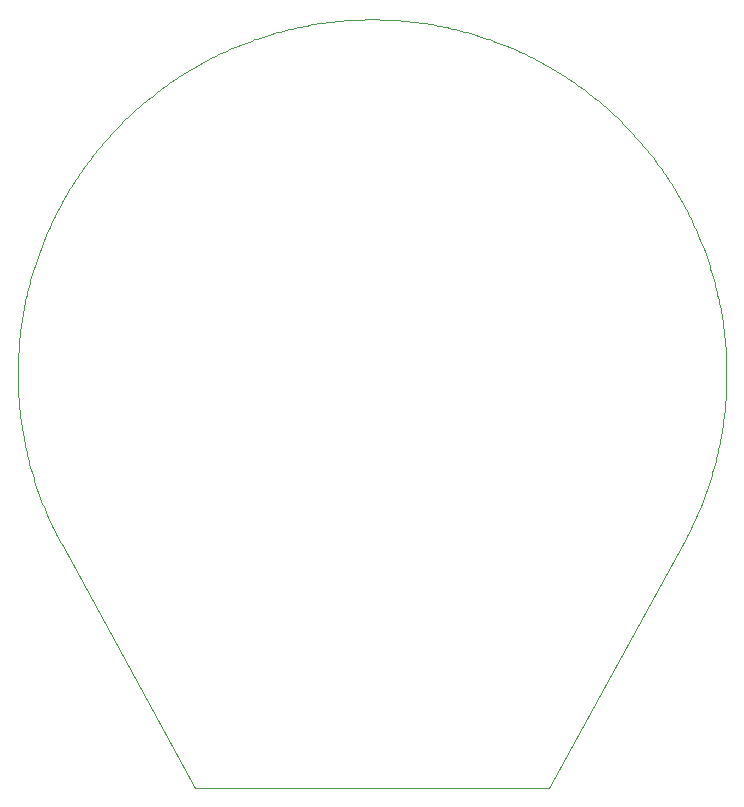
<source format=gm1>
G04*
G04 #@! TF.GenerationSoftware,Altium Limited,Altium Designer,22.10.1 (41)*
G04*
G04 Layer_Color=16711935*
%FSLAX25Y25*%
%MOIN*%
G70*
G04*
G04 #@! TF.SameCoordinates,FEF3DBFB-2847-4824-BCEC-0586C65A169C*
G04*
G04*
G04 #@! TF.FilePolarity,Positive*
G04*
G01*
G75*
%ADD17C,0.00039*%
D17*
X103558Y81126D02*
X104035Y82004D01*
X104506Y82886D01*
X104968Y83772D01*
X105423Y84662D01*
X105871Y85556D01*
X106311Y86453D01*
X106743Y87354D01*
X107168Y88259D01*
X107585Y89167D01*
X107994Y90079D01*
X108396Y90994D01*
X108790Y91913D01*
X109176Y92834D01*
X109554Y93759D01*
X109925Y94688D01*
X110287Y95619D01*
X110642Y96553D01*
X110989Y97491D01*
X111328Y98431D01*
X111658Y99374D01*
X111981Y100320D01*
X112296Y101269D01*
X112603Y102220D01*
X112902Y103173D01*
X113192Y104130D01*
X113475Y105088D01*
X113749Y106049D01*
X114015Y107013D01*
X114274Y107978D01*
X114524Y108946D01*
X114765Y109916D01*
X114999Y110887D01*
X115224Y111861D01*
X115441Y112837D01*
X115650Y113814D01*
X115851Y114793D01*
X116043Y115774D01*
X116227Y116756D01*
X116402Y117740D01*
X116570Y118726D01*
X116728Y119712D01*
X116879Y120700D01*
X117021Y121690D01*
X117155Y122680D01*
X117280Y123672D01*
X117398Y124664D01*
X117506Y125658D01*
X117606Y126652D01*
X117698Y127647D01*
X117782Y128643D01*
X117857Y129640D01*
X117923Y130637D01*
X117981Y131635D01*
X118031Y132633D01*
X118072Y133632D01*
X118105Y134631D01*
X118129Y135630D01*
X118145Y136629D01*
X118152Y137628D01*
X118151Y138628D01*
X118142Y139627D01*
X118124Y140627D01*
X118097Y141626D01*
X118062Y142624D01*
X118019Y143623D01*
X117967Y144621D01*
X117907Y145619D01*
X117838Y146616D01*
X117761Y147612D01*
X117675Y148608D01*
X117582Y149603D01*
X117479Y150597D01*
X117368Y151590D01*
X117249Y152583D01*
X117122Y153574D01*
X116986Y154564D01*
X116841Y155553D01*
X116689Y156541D01*
X116527Y157527D01*
X116358Y158512D01*
X116180Y159496D01*
X115994Y160478D01*
X115800Y161458D01*
X115597Y162437D01*
X115386Y163414D01*
X115167Y164389D01*
X114940Y165362D01*
X114704Y166333D01*
X114460Y167302D01*
X114208Y168270D01*
X113948Y169235D01*
X113680Y170197D01*
X113403Y171158D01*
X113119Y172116D01*
X112826Y173071D01*
X112525Y174024D01*
X112216Y174975D01*
X111899Y175923D01*
X111574Y176868D01*
X111241Y177810D01*
X110901Y178750D01*
X110552Y179686D01*
X110195Y180620D01*
X109830Y181551D01*
X109458Y182478D01*
X109078Y183402D01*
X108690Y184323D01*
X108294Y185241D01*
X107890Y186155D01*
X107479Y187066D01*
X107060Y187973D01*
X106633Y188877D01*
X106199Y189777D01*
X105757Y190674D01*
X105307Y191567D01*
X104850Y192455D01*
X104386Y193340D01*
X103914Y194221D01*
X103434Y195098D01*
X102947Y195971D01*
X102453Y196840D01*
X101952Y197704D01*
X101443Y198564D01*
X100927Y199420D01*
X100403Y200272D01*
X99873Y201119D01*
X99335Y201961D01*
X98790Y202799D01*
X98238Y203632D01*
X97680Y204461D01*
X97114Y205285D01*
X96541Y206104D01*
X95961Y206918D01*
X95375Y207727D01*
X94781Y208531D01*
X94181Y209330D01*
X93574Y210124D01*
X92960Y210913D01*
X92340Y211697D01*
X91713Y212475D01*
X91080Y213248D01*
X90440Y214016D01*
X89793Y214778D01*
X89140Y215535D01*
X88481Y216286D01*
X87815Y217032D01*
X87143Y217771D01*
X86465Y218506D01*
X85781Y219234D01*
X85091Y219956D01*
X84394Y220673D01*
X83692Y221384D01*
X82983Y222089D01*
X82268Y222788D01*
X81548Y223481D01*
X80822Y224167D01*
X80090Y224848D01*
X79352Y225522D01*
X78609Y226190D01*
X77859Y226851D01*
X77105Y227507D01*
X76345Y228156D01*
X75579Y228798D01*
X74808Y229434D01*
X74032Y230063D01*
X73250Y230686D01*
X72463Y231302D01*
X71671Y231912D01*
X70874Y232514D01*
X70072Y233110D01*
X69264Y233700D01*
X68452Y234282D01*
X67635Y234857D01*
X66813Y235426D01*
X65986Y235987D01*
X65154Y236542D01*
X64318Y237089D01*
X63477Y237630D01*
X62632Y238163D01*
X61782Y238689D01*
X60928Y239208D01*
X60070Y239719D01*
X59207Y240224D01*
X58340Y240721D01*
X57468Y241210D01*
X56593Y241692D01*
X55713Y242167D01*
X54830Y242635D01*
X53943Y243094D01*
X53051Y243547D01*
X52156Y243991D01*
X51258Y244429D01*
X50355Y244858D01*
X49449Y245280D01*
X48540Y245694D01*
X47627Y246101D01*
X46710Y246500D01*
X45790Y246891D01*
X44867Y247274D01*
X43941Y247649D01*
X43012Y248017D01*
X42079Y248376D01*
X41144Y248728D01*
X40205Y249072D01*
X39264Y249408D01*
X38320Y249736D01*
X37373Y250056D01*
X36423Y250367D01*
X35471Y250671D01*
X34517Y250967D01*
X33560Y251255D01*
X32600Y251534D01*
X31638Y251806D01*
X30674Y252069D01*
X29708Y252324D01*
X28739Y252571D01*
X27769Y252810D01*
X26796Y253040D01*
X25822Y253263D01*
X24846Y253477D01*
X23867Y253682D01*
X22888Y253880D01*
X21906Y254069D01*
X20923Y254250D01*
X19939Y254422D01*
X18953Y254587D01*
X17966Y254742D01*
X16977Y254890D01*
X15988Y255029D01*
X14997Y255160D01*
X14005Y255282D01*
X13012Y255396D01*
X12018Y255502D01*
X11023Y255599D01*
X10028Y255687D01*
X9032Y255768D01*
X8035Y255839D01*
X7038Y255903D01*
X6039Y255958D01*
X5041Y256004D01*
X4042Y256043D01*
X3043Y256072D01*
X2044Y256093D01*
X1045Y256106D01*
X46Y256110D01*
X-954Y256106D01*
X-1953Y256093D01*
X-2953Y256072D01*
X-3951Y256043D01*
X-4950Y256005D01*
X-5949Y255958D01*
X-6946Y255903D01*
X-7944Y255840D01*
X-8941Y255768D01*
X-9937Y255688D01*
X-10932Y255599D01*
X-11927Y255502D01*
X-12921Y255397D01*
X-13914Y255283D01*
X-14906Y255160D01*
X-15897Y255030D01*
X-16886Y254891D01*
X-17875Y254743D01*
X-18862Y254588D01*
X-19848Y254423D01*
X-20832Y254251D01*
X-21815Y254070D01*
X-22797Y253881D01*
X-23777Y253683D01*
X-24755Y253478D01*
X-25731Y253264D01*
X-26705Y253042D01*
X-27678Y252811D01*
X-28648Y252572D01*
X-29617Y252326D01*
X-30583Y252070D01*
X-31547Y251807D01*
X-32509Y251536D01*
X-33469Y251256D01*
X-34426Y250969D01*
X-35381Y250673D01*
X-36333Y250369D01*
X-37282Y250058D01*
X-38229Y249738D01*
X-39173Y249410D01*
X-40115Y249074D01*
X-41053Y248730D01*
X-41989Y248378D01*
X-42921Y248019D01*
X-43850Y247651D01*
X-44777Y247276D01*
X-45700Y246893D01*
X-46620Y246502D01*
X-47536Y246103D01*
X-48449Y245697D01*
X-49359Y245283D01*
X-50265Y244861D01*
X-51167Y244431D01*
X-52066Y243994D01*
X-52961Y243549D01*
X-53852Y243097D01*
X-54740Y242637D01*
X-55623Y242170D01*
X-56503Y241695D01*
X-57378Y241213D01*
X-58249Y240723D01*
X-59116Y240226D01*
X-59979Y239722D01*
X-60838Y239211D01*
X-61692Y238692D01*
X-62542Y238166D01*
X-63387Y237633D01*
X-64228Y237092D01*
X-65064Y236545D01*
X-65896Y235991D01*
X-66723Y235429D01*
X-67545Y234861D01*
X-68362Y234285D01*
X-69174Y233703D01*
X-69982Y233114D01*
X-70784Y232518D01*
X-71581Y231915D01*
X-72373Y231306D01*
X-73160Y230690D01*
X-73942Y230067D01*
X-74718Y229437D01*
X-75489Y228802D01*
X-76255Y228159D01*
X-77015Y227510D01*
X-77770Y226855D01*
X-78519Y226193D01*
X-79263Y225526D01*
X-80000Y224851D01*
X-80732Y224171D01*
X-81459Y223484D01*
X-82179Y222792D01*
X-82894Y222093D01*
X-83602Y221388D01*
X-84305Y220677D01*
X-85001Y219961D01*
X-85692Y219238D01*
X-86376Y218510D01*
X-87054Y217776D01*
X-87726Y217036D01*
X-88392Y216290D01*
X-89051Y215539D01*
X-89704Y214782D01*
X-90351Y214020D01*
X-90991Y213253D01*
X-91624Y212480D01*
X-92251Y211701D01*
X-92872Y210918D01*
X-93485Y210129D01*
X-94092Y209335D01*
X-94692Y208536D01*
X-95286Y207732D01*
X-95873Y206922D01*
X-96452Y206108D01*
X-97025Y205289D01*
X-97591Y204466D01*
X-98150Y203637D01*
X-98702Y202804D01*
X-99247Y201966D01*
X-99784Y201123D01*
X-100315Y200276D01*
X-100838Y199425D01*
X-101355Y198569D01*
X-101864Y197709D01*
X-102365Y196844D01*
X-102859Y195976D01*
X-103346Y195103D01*
X-103826Y194226D01*
X-104298Y193345D01*
X-104762Y192460D01*
X-105220Y191571D01*
X-105669Y190679D01*
X-106111Y189782D01*
X-106546Y188882D01*
X-106972Y187978D01*
X-107391Y187071D01*
X-107803Y186160D01*
X-108206Y185246D01*
X-108602Y184328D01*
X-108991Y183407D01*
X-109371Y182483D01*
X-109743Y181555D01*
X-110108Y180624D01*
X-110465Y179691D01*
X-110814Y178754D01*
X-111155Y177814D01*
X-111488Y176872D01*
X-111812Y175927D01*
X-112129Y174979D01*
X-112438Y174028D01*
X-112739Y173075D01*
X-113032Y172120D01*
X-113317Y171161D01*
X-113593Y170201D01*
X-113862Y169238D01*
X-114122Y168273D01*
X-114374Y167306D01*
X-114618Y166337D01*
X-114854Y165366D01*
X-115081Y164392D01*
X-115300Y163417D01*
X-115511Y162440D01*
X-115714Y161461D01*
X-115908Y160481D01*
X-116095Y159499D01*
X-116272Y158515D01*
X-116442Y157530D01*
X-116603Y156544D01*
X-116755Y155556D01*
X-116900Y154567D01*
X-117036Y153577D01*
X-117164Y152586D01*
X-117283Y151593D01*
X-117394Y150600D01*
X-117496Y149606D01*
X-117590Y148611D01*
X-117676Y147615D01*
X-117753Y146618D01*
X-117822Y145621D01*
X-117882Y144623D01*
X-117934Y143625D01*
X-117977Y142627D01*
X-118012Y141628D01*
X-118038Y140629D01*
X-118056Y139629D01*
X-118066Y138630D01*
X-118067Y137630D01*
X-118060Y136631D01*
X-118044Y135632D01*
X-118020Y134632D01*
X-117987Y133633D01*
X-117946Y132635D01*
X-117896Y131636D01*
X-117838Y130639D01*
X-117771Y129641D01*
X-117696Y128645D01*
X-117613Y127649D01*
X-117521Y126653D01*
X-117421Y125659D01*
X-117312Y124665D01*
X-117195Y123673D01*
X-117070Y122681D01*
X-116936Y121691D01*
X-116794Y120701D01*
X-116643Y119713D01*
X-116484Y118726D01*
X-116317Y117741D01*
X-116141Y116757D01*
X-115958Y115775D01*
X-115765Y114794D01*
X-115565Y113815D01*
X-115356Y112837D01*
X-115139Y111862D01*
X-114914Y110888D01*
X-114680Y109916D01*
X-114438Y108946D01*
X-114188Y107978D01*
X-113930Y107013D01*
X-113664Y106049D01*
X-113390Y105088D01*
X-113107Y104130D01*
X-112816Y103173D01*
X-112517Y102219D01*
X-112211Y101268D01*
X-111896Y100320D01*
X-111573Y99374D01*
X-111242Y98431D01*
X-110903Y97490D01*
X-110556Y96553D01*
X-110202Y95618D01*
X-109839Y94687D01*
X-109469Y93759D01*
X-109090Y92834D01*
X-108704Y91912D01*
X-108310Y90993D01*
X-107909Y90078D01*
X-107499Y89166D01*
X-107082Y88258D01*
X-106657Y87353D01*
X-106225Y86452D01*
X-105785Y85554D01*
X-105337Y84661D01*
X-104882Y83771D01*
X-104420Y82885D01*
X-103949Y82003D01*
X-103473Y81126D01*
X58985Y0D02*
X103558Y81126D01*
X-58900Y0D02*
X58985D01*
X-103473Y81126D02*
X-58900Y0D01*
M02*

</source>
